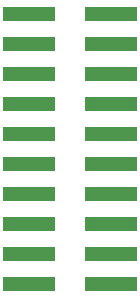
<source format=gbr>
%TF.GenerationSoftware,KiCad,Pcbnew,7.0.7-dirty*%
%TF.CreationDate,2023-09-27T11:30:23-05:00*%
%TF.ProjectId,BBB_JTAG_CTI20_SMT_ARM20_SMT,4242425f-4a54-4414-975f-43544932305f,rev?*%
%TF.SameCoordinates,Original*%
%TF.FileFunction,Soldermask,Top*%
%TF.FilePolarity,Negative*%
%FSLAX46Y46*%
G04 Gerber Fmt 4.6, Leading zero omitted, Abs format (unit mm)*
G04 Created by KiCad (PCBNEW 7.0.7-dirty) date 2023-09-27 11:30:23*
%MOMM*%
%LPD*%
G01*
G04 APERTURE LIST*
G04 Aperture macros list*
%AMRoundRect*
0 Rectangle with rounded corners*
0 $1 Rounding radius*
0 $2 $3 $4 $5 $6 $7 $8 $9 X,Y pos of 4 corners*
0 Add a 4 corners polygon primitive as box body*
4,1,4,$2,$3,$4,$5,$6,$7,$8,$9,$2,$3,0*
0 Add four circle primitives for the rounded corners*
1,1,$1+$1,$2,$3*
1,1,$1+$1,$4,$5*
1,1,$1+$1,$6,$7*
1,1,$1+$1,$8,$9*
0 Add four rect primitives between the rounded corners*
20,1,$1+$1,$2,$3,$4,$5,0*
20,1,$1+$1,$4,$5,$6,$7,0*
20,1,$1+$1,$6,$7,$8,$9,0*
20,1,$1+$1,$8,$9,$2,$3,0*%
G04 Aperture macros list end*
%ADD10RoundRect,0.063500X-2.150000X0.510000X-2.150000X-0.510000X2.150000X-0.510000X2.150000X0.510000X0*%
G04 APERTURE END LIST*
D10*
%TO.C,P2*%
X151951100Y-116433600D03*
X151951100Y-113893600D03*
X151951100Y-111353600D03*
X151951100Y-108813600D03*
X151951100Y-106273600D03*
X151951100Y-103733600D03*
X151951100Y-101193600D03*
X151951100Y-98653600D03*
X151951100Y-96113600D03*
X151951100Y-93573600D03*
X145051100Y-116433600D03*
X145051100Y-113893600D03*
X145051100Y-111353600D03*
X145051100Y-108813600D03*
X145051100Y-106273600D03*
X145051100Y-103733600D03*
X145051100Y-101193600D03*
X145051100Y-98653600D03*
X145051100Y-96113600D03*
X145051100Y-93573600D03*
%TD*%
M02*

</source>
